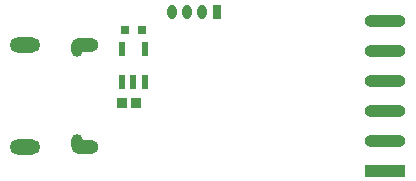
<source format=gbr>
G04*
G04 #@! TF.GenerationSoftware,Altium Limited,Altium Designer,23.1.1 (15)*
G04*
G04 Layer_Color=255*
%FSLAX25Y25*%
%MOIN*%
G70*
G04*
G04 #@! TF.SameCoordinates,1495F0C7-D67D-4403-963C-54D1E027F531*
G04*
G04*
G04 #@! TF.FilePolarity,Positive*
G04*
G01*
G75*
%ADD17O,0.13780X0.04016*%
%ADD18R,0.13780X0.04016*%
%ADD49O,0.09055X0.04724*%
%ADD50O,0.03937X0.05906*%
%ADD51O,0.10236X0.05118*%
%ADD52O,0.03150X0.04724*%
%ADD53R,0.03150X0.04724*%
%ADD56R,0.03347X0.03347*%
G04:AMPARAMS|DCode=57|XSize=29.92mil|YSize=26mil|CornerRadius=3.25mil|HoleSize=0mil|Usage=FLASHONLY|Rotation=270.000|XOffset=0mil|YOffset=0mil|HoleType=Round|Shape=RoundedRectangle|*
%AMROUNDEDRECTD57*
21,1,0.02992,0.01950,0,0,270.0*
21,1,0.02342,0.02600,0,0,270.0*
1,1,0.00650,-0.00975,-0.01171*
1,1,0.00650,-0.00975,0.01171*
1,1,0.00650,0.00975,0.01171*
1,1,0.00650,0.00975,-0.01171*
%
%ADD57ROUNDEDRECTD57*%
%ADD58R,0.01968X0.04724*%
D17*
X500500Y344000D02*
D03*
Y324000D02*
D03*
Y314000D02*
D03*
Y334000D02*
D03*
Y354000D02*
D03*
D18*
Y304000D02*
D03*
D49*
X400374Y346008D02*
D03*
Y311992D02*
D03*
D50*
X397815Y313173D02*
D03*
Y344827D02*
D03*
D51*
X380492Y346008D02*
D03*
Y311992D02*
D03*
D52*
X429500Y357000D02*
D03*
X434500D02*
D03*
X439500D02*
D03*
D53*
X444500D02*
D03*
D56*
X417264Y326500D02*
D03*
X412736D02*
D03*
D57*
X413744Y351000D02*
D03*
X419256D02*
D03*
D58*
X412760Y333488D02*
D03*
X420240D02*
D03*
X416500D02*
D03*
X420240Y344512D02*
D03*
X412760D02*
D03*
M02*

</source>
